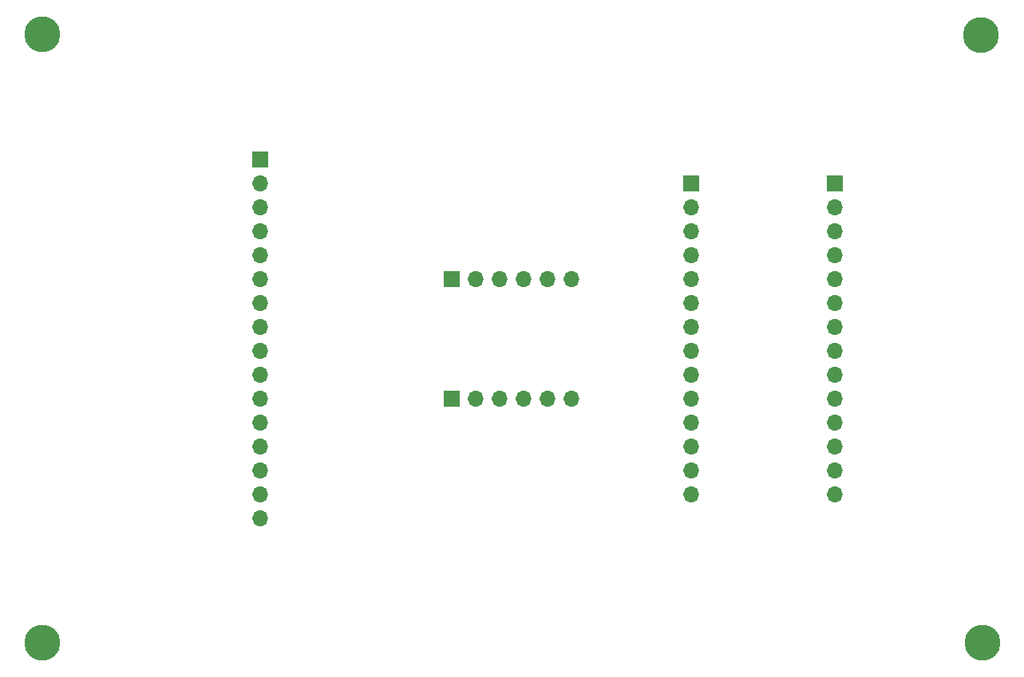
<source format=gbr>
%TF.GenerationSoftware,KiCad,Pcbnew,(5.99.0-12298-gc84619cd7f)*%
%TF.CreationDate,2021-09-28T06:55:21-06:00*%
%TF.ProjectId,VRduino 2,56526475-696e-46f2-9032-2e6b69636164,D*%
%TF.SameCoordinates,Original*%
%TF.FileFunction,Soldermask,Bot*%
%TF.FilePolarity,Negative*%
%FSLAX46Y46*%
G04 Gerber Fmt 4.6, Leading zero omitted, Abs format (unit mm)*
G04 Created by KiCad (PCBNEW (5.99.0-12298-gc84619cd7f)) date 2021-09-28 06:55:21*
%MOMM*%
%LPD*%
G01*
G04 APERTURE LIST*
%ADD10C,3.800000*%
%ADD11R,1.700000X1.700000*%
%ADD12O,1.700000X1.700000*%
G04 APERTURE END LIST*
D10*
%TO.C,REF\u002A\u002A*%
X207264000Y-60452000D03*
%TD*%
%TO.C,REF\u002A\u002A*%
X207391000Y-124968000D03*
%TD*%
%TO.C,REF\u002A\u002A*%
X107696000Y-60325000D03*
%TD*%
%TO.C,REF\u002A\u002A*%
X107696000Y-124968000D03*
%TD*%
D11*
%TO.C,J2*%
X191770000Y-76200000D03*
D12*
X191770000Y-78740000D03*
X191770000Y-81280000D03*
X191770000Y-83820000D03*
X191770000Y-86360000D03*
X191770000Y-88900000D03*
X191770000Y-91440000D03*
X191770000Y-93980000D03*
X191770000Y-96520000D03*
X191770000Y-99060000D03*
X191770000Y-101600000D03*
X191770000Y-104140000D03*
X191770000Y-106680000D03*
X191770000Y-109220000D03*
%TD*%
D11*
%TO.C,J3*%
X151130000Y-99060000D03*
D12*
X153670000Y-99060000D03*
X156210000Y-99060000D03*
X158750000Y-99060000D03*
X161290000Y-99060000D03*
X163830000Y-99060000D03*
%TD*%
D11*
%TO.C,J4*%
X151130000Y-86360000D03*
D12*
X153670000Y-86360000D03*
X156210000Y-86360000D03*
X158750000Y-86360000D03*
X161290000Y-86360000D03*
X163830000Y-86360000D03*
%TD*%
D11*
%TO.C,J5*%
X130810000Y-73660000D03*
D12*
X130810000Y-76200000D03*
X130810000Y-78740000D03*
X130810000Y-81280000D03*
X130810000Y-83820000D03*
X130810000Y-86360000D03*
X130810000Y-88900000D03*
X130810000Y-91440000D03*
X130810000Y-93980000D03*
X130810000Y-96520000D03*
X130810000Y-99060000D03*
X130810000Y-101600000D03*
X130810000Y-104140000D03*
X130810000Y-106680000D03*
X130810000Y-109220000D03*
X130810000Y-111760000D03*
%TD*%
D11*
%TO.C,J1*%
X176530000Y-76200000D03*
D12*
X176530000Y-78740000D03*
X176530000Y-81280000D03*
X176530000Y-83820000D03*
X176530000Y-86360000D03*
X176530000Y-88900000D03*
X176530000Y-91440000D03*
X176530000Y-93980000D03*
X176530000Y-96520000D03*
X176530000Y-99060000D03*
X176530000Y-101600000D03*
X176530000Y-104140000D03*
X176530000Y-106680000D03*
X176530000Y-109220000D03*
%TD*%
M02*

</source>
